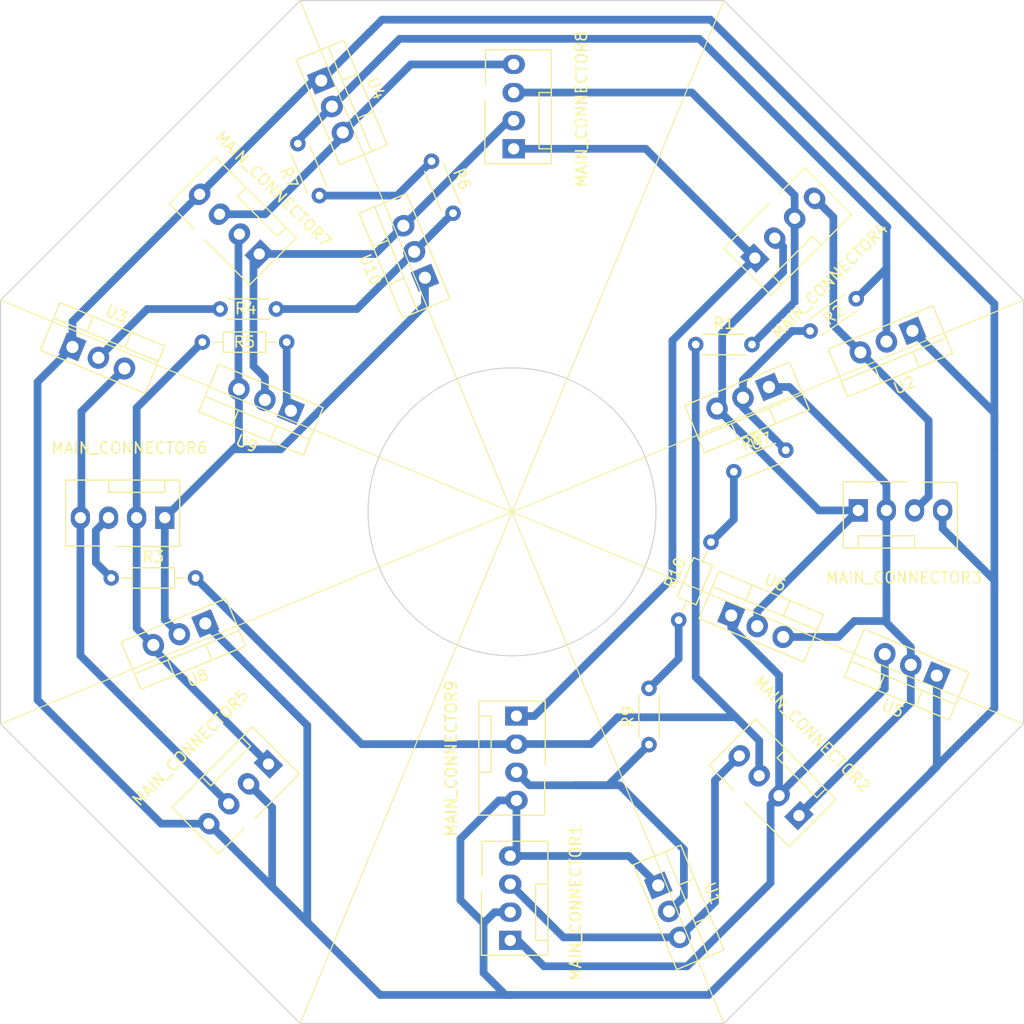
<source format=kicad_pcb>
(kicad_pcb (version 20240108) (generator "pcbnew") (generator_version "8.0")
  (layers (0 "F.Cu" signal) (31 "B.Cu" signal) (34 "B.Paste" user) (35 "F.Paste" user) (36 "B.SilkS" user "B.Silkscreen") (37 "F.SilkS" user "F.Silkscreen") (38 "B.Mask" user) (39 "F.Mask" user) (44 "Edge.Cuts" user))
  (net 0 "")
  (net 1 "/GND")
  (net 2 "/W1-")
  (net 3 "/W3-")
  (net 4 "/W5-")
  (net 5 "/W7-")
  (net 6 "/+24V")
  (net 7 "/Y1-")
  (net 8 "/Y2-")
  (net 9 "/W2-")
  (net 10 "/Y3-")
  (net 11 "/Y4-")
  (net 12 "/Y5-")
  (net 13 "/Y6-")
  (net 14 "/Y7-")
  (footprint "Resistor_THT:R_Axial_DIN0204_L3.6mm_D1.6mm_P5.08mm_Horizontal" (layer "F.Cu") (at 145.459354 60.056885 35)
    (property "Reference" "R2" (at 2.605532 0.045885 35) (layer "F.SilkS"))
    (property "Value" "0")
    (fp_line (start 0.620001 -0.919999) (end 4.46 -0.919999) (stroke (width 0.12)) (layer "F.SilkS"))
    (fp_line (start 0.62 0.919999) (end 4.46 0.92) (stroke (width 0.12)) (layer "F.SilkS"))
    (pad "1" thru_hole circle (at 0 0 35) (size 1.4 1.4) (drill 0.7) (layers "*.Cu" "*.Mask") (net 1 "/GND"))
    (pad "2" thru_hole oval (at 5.08 -0.000001 35) (size 1.4 1.4) (drill 0.7) (layers "*.Cu" "*.Mask") (net 1 "/GND"))
  )
  (footprint "Package_TO_SOT_THT:TO-220-3_Vertical" (layer "F.Cu") (at 101.304919 37.434981 -67.5)
    (property "Reference" "U4" (at 2.539999 -4.270001 112.5) (layer "F.SilkS"))
    (property "Value" "L7812")
    (fp_line (start -2.58 1.371) (end 7.66 1.370999) (stroke (width 0.12)) (layer "F.SilkS"))
    (fp_line (start -2.580001 -1.760001) (end 7.66 -1.76) (stroke (width 0.12)) (layer "F.SilkS"))
    (fp_line (start -2.58 -3.270001) (end -2.58 1.371) (stroke (width 0.12)) (layer "F.SilkS"))
    (fp_line (start -2.58 -3.270001) (end 7.66 -3.27) (stroke (width 0.12)) (layer "F.SilkS"))
    (fp_line (start 0.69 -3.27) (end 0.690001 -1.759999) (stroke (width 0.12)) (layer "F.SilkS"))
    (fp_line (start 4.391 -3.27) (end 4.391 -1.76) (stroke (width 0.12)) (layer "F.SilkS"))
    (fp_line (start 7.66 -3.27) (end 7.66 1.370999) (stroke (width 0.12)) (layer "F.SilkS"))
    (pad "1" thru_hole rect (at 0 0 292.5) (size 1.905 2) (drill 1.1) (layers "*.Cu" "*.Mask") (net 6 "/+24V"))
    (pad "2" thru_hole oval (at 2.54 0 292.5) (size 1.905 2) (drill 1.1) (layers "*.Cu" "*.Mask") (net 1 "/GND"))
    (pad "3" thru_hole oval (at 5.079999 0 292.5) (size 1.905 2) (drill 1.1) (layers "*.Cu" "*.Mask") (net 5 "/W7-"))
  )
  (footprint "Package_TO_SOT_THT:TO-220-3_Vertical" (layer "F.Cu") (at 154.7 60.04 -157.5)
    (property "Reference" "U2" (at 2.54 -4.27 22.5) (layer "F.SilkS"))
    (property "Value" "L7812")
    (fp_line (start 7.66 -3.27) (end 7.66 1.371) (stroke (width 0.12)) (layer "F.SilkS"))
    (fp_line (start 4.391 -3.27) (end 4.391 -1.76) (stroke (width 0.12)) (layer "F.SilkS"))
    (fp_line (start 0.69 -3.27) (end 0.69 -1.76) (stroke (width 0.12)) (layer "F.SilkS"))
    (fp_line (start -2.58 1.371) (end 7.66 1.371) (stroke (width 0.12)) (layer "F.SilkS"))
    (fp_line (start -2.58 -1.76) (end 7.66 -1.76) (stroke (width 0.12)) (layer "F.SilkS"))
    (fp_line (start -2.58 -3.27) (end 7.66 -3.27) (stroke (width 0.12)) (layer "F.SilkS"))
    (fp_line (start -2.58 -3.27) (end -2.58 1.371) (stroke (width 0.12)) (layer "F.SilkS"))
    (pad "1" thru_hole rect (at 0 0 202.5) (size 1.905 2) (drill 1.1) (layers "*.Cu" "*.Mask") (net 6 "/+24V"))
    (pad "2" thru_hole oval (at 2.54 0 202.5) (size 1.905 2) (drill 1.1) (layers "*.Cu" "*.Mask") (net 1 "/GND"))
    (pad "3" thru_hole oval (at 5.08 0 202.5) (size 1.905 2) (drill 1.1) (layers "*.Cu" "*.Mask") (net 3 "/W3-"))
  )
  (footprint "Resistor_THT:R_Axial_DIN0204_L3.6mm_D1.6mm_P5.08mm_Horizontal" (layer "F.Cu") (at 135.13 61.28)
    (property "Reference" "R1" (at 2.54 -1.92 0) (layer "F.SilkS"))
    (property "Value" "0")
    (fp_line (start 0.62 -0.92) (end 4.46 -0.92) (stroke (width 0.12)) (layer "F.SilkS"))
    (fp_line (start 0.62 0.92) (end 4.46 0.92) (stroke (width 0.12)) (layer "F.SilkS"))
    (pad "1" thru_hole circle (at 0 0) (size 1.4 1.4) (drill 0.7) (layers "*.Cu" "*.Mask") (net 9 "/W2-"))
    (pad "2" thru_hole oval (at 5.08 0) (size 1.4 1.4) (drill 0.7) (layers "*.Cu" "*.Mask") (net 9 "/W2-"))
  )
  (footprint "Resistor_THT:R_Axial_DIN0204_L3.6mm_D1.6mm_P5.08mm_Horizontal" (layer "F.Cu") (at 138.573346 72.762016 22.5)
    (property "Reference" "R8" (at 2.54 -1.92 22.5) (layer "F.SilkS"))
    (property "Value" "0")
    (fp_line (start 0.62 -0.92) (end 4.46 -0.92) (stroke (width 0.12)) (layer "F.SilkS"))
    (fp_line (start 0.62 0.92) (end 4.46 0.92) (stroke (width 0.12)) (layer "F.SilkS"))
    (pad "1" thru_hole circle (at 0 0 22.5) (size 1.4 1.4) (drill 0.7) (layers "*.Cu" "*.Mask") (net 1 "/GND"))
    (pad "2" thru_hole oval (at 5.08 0 22.5) (size 1.4 1.4) (drill 0.7) (layers "*.Cu" "*.Mask") (net 1 "/GND"))
  )
  (footprint "Package_TO_SOT_THT:TO-220-3_Vertical" (layer "F.Cu") (at 141.745019 65.114918 -157.5)
    (property "Reference" "U7" (at 2.54 -4.27 22.5) (layer "F.SilkS"))
    (property "Value" "L7806")
    (fp_line (start 7.66 -3.27) (end 7.66 1.371) (stroke (width 0.12)) (layer "F.SilkS"))
    (fp_line (start 4.391 -3.27) (end 4.391 -1.76) (stroke (width 0.12)) (layer "F.SilkS"))
    (fp_line (start 0.69 -3.27) (end 0.69 -1.76) (stroke (width 0.12)) (layer "F.SilkS"))
    (fp_line (start -2.58 1.371) (end 7.66 1.371) (stroke (width 0.12)) (layer "F.SilkS"))
    (fp_line (start -2.58 -1.76) (end 7.66 -1.76) (stroke (width 0.12)) (layer "F.SilkS"))
    (fp_line (start -2.58 -3.27) (end 7.66 -3.27) (stroke (width 0.12)) (layer "F.SilkS"))
    (fp_line (start -2.58 -3.27) (end -2.58 1.371) (stroke (width 0.12)) (layer "F.SilkS"))
    (pad "1" thru_hole rect (at 0 0 202.5) (size 1.905 2) (drill 1.1) (layers "*.Cu" "*.Mask") (net 8 "/Y2-"))
    (pad "2" thru_hole oval (at 2.54 0 202.5) (size 1.905 2) (drill 1.1) (layers "*.Cu" "*.Mask") (net 1 "/GND"))
    (pad "3" thru_hole oval (at 5.08 0 202.5) (size 1.905 2) (drill 1.1) (layers "*.Cu" "*.Mask") (net 10 "/Y3-"))
  )
  (footprint "Package_TO_SOT_THT:TO-220-3_Vertical" (layer "F.Cu") (at 138.336692 85.745968 -22.5)
    (property "Reference" "U6" (at 2.54 -4.27 157.5) (layer "F.SilkS"))
    (property "Value" "L7806")
    (fp_line (start -2.58 1.371) (end 7.66 1.371) (stroke (width 0.12)) (layer "F.SilkS"))
    (fp_line (start -2.58 -1.76) (end 7.66 -1.76) (stroke (width 0.12)) (layer "F.SilkS"))
    (fp_line (start -2.58 -3.27) (end -2.58 1.371) (stroke (width 0.12)) (layer "F.SilkS"))
    (fp_line (start -2.58 -3.27) (end 7.66 -3.27) (stroke (width 0.12)) (layer "F.SilkS"))
    (fp_line (start 0.69 -3.270001) (end 0.69 -1.76) (stroke (width 0.12)) (layer "F.SilkS"))
    (fp_line (start 4.391 -3.27) (end 4.391 -1.76) (stroke (width 0.12)) (layer "F.SilkS"))
    (fp_line (start 7.66 -3.27) (end 7.66 1.371) (stroke (width 0.12)) (layer "F.SilkS"))
    (pad "1" thru_hole rect (at 0 0 337.5) (size 1.905 2) (drill 1.1) (layers "*.Cu" "*.Mask") (net 7 "/Y1-"))
    (pad "2" thru_hole oval (at 2.54 0 337.5) (size 1.905 2) (drill 1.1) (layers "*.Cu" "*.Mask") (net 10 "/Y3-"))
    (pad "3" thru_hole oval (at 5.08 0 337.5) (size 1.905 2) (drill 1.1) (layers "*.Cu" "*.Mask") (net 8 "/Y2-"))
  )
  (footprint "Connector:FanPinHeader_1x04_P2.54mm_Vertical" (layer "F.Cu") (at 144.454873 103.819138 135)
    (property "Reference" "MAIN_CONNECTOR2" (at 4.384062 6.045763 135) (layer "F.SilkS"))
    (property "Value" "Conn_01x04_Pin")
    (fp_line (start 8.95 -2.55) (end 8.95 3.4) (stroke (width 0.12)) (layer "F.SilkS"))
    (fp_line (start 5.75 -2.55) (end 8.95 -2.55) (stroke (width 0.12)) (layer "F.SilkS"))
    (fp_line (start 8.95 3.4) (end -1.35 3.4) (stroke (width 0.12)) (layer "F.SilkS"))
    (fp_line (start 5.08 2.29) (end 5.08 3.3) (stroke (width 0.12)) (layer "F.SilkS"))
    (fp_line (start -1.35 -2.6) (end 4.4 -2.6) (stroke (width 0.12)) (layer "F.SilkS"))
    (fp_line (start 0 2.290001) (end 5.08 2.29) (stroke (width 0.12)) (layer "F.SilkS"))
    (fp_line (start 0 3.299999) (end 0 2.290001) (stroke (width 0.12)) (layer "F.SilkS"))
    (fp_line (start -1.35 3.4) (end -1.35 -2.6) (stroke (width 0.12)) (layer "F.SilkS"))
    (pad "" np_thru_hole circle (at 5.08 -2.16 225) (size 1.1 1.1) (drill 1.1) (layers "*.Cu" "*.Mask"))
    (pad "1" thru_hole rect (at 0 0 225) (size 2.03 1.73) (drill 1.02) (layers "*.Cu" "*.Mask") (net 8 "/Y2-"))
    (pad "2" thru_hole oval (at 2.54 0 225) (size 2.03 1.73) (drill 1.02) (layers "*.Cu" "*.Mask") (net 7 "/Y1-"))
    (pad "3" thru_hole oval (at 5.079999 0 225) (size 2.03 1.73) (drill 1.02) (layers "*.Cu" "*.Mask") (net 9 "/W2-"))
    (pad "4" thru_hole oval (at 7.62 0 225) (size 2.03 1.73) (drill 1.02) (layers "*.Cu" "*.Mask") (net 2 "/W1-"))
  )
  (footprint "Resistor_THT:R_Axial_DIN0204_L3.6mm_D1.6mm_P7.62mm_Horizontal" (layer "F.Cu") (at 133.591976 86.169981 67.5)
    (property "Reference" "R10" (at 3.81 -1.92 67.5) (layer "F.SilkS"))
    (property "Value" "0")
    (fp_line (start 1.89 -0.92) (end 1.89 0.92) (stroke (width 0.12)) (layer "F.SilkS"))
    (fp_line (start 0.94 0) (end 1.89 0) (stroke (width 0.12)) (layer "F.SilkS"))
    (fp_line (start 5.73 -0.92) (end 1.89 -0.92) (stroke (width 0.12)) (layer "F.SilkS"))
    (fp_line (start 1.89 0.92) (end 5.73 0.92) (stroke (width 0.12)) (layer "F.SilkS"))
    (fp_line (start 6.68 0) (end 5.73 0) (stroke (width 0.12)) (layer "F.SilkS"))
    (fp_line (start 5.73 0.92) (end 5.73 -0.92) (stroke (width 0.12)) (layer "F.SilkS"))
    (pad "1" thru_hole circle (at 0 0 67.5) (size 1.4 1.4) (drill 0.7) (layers "*.Cu" "*.Mask") (net 1 "/GND"))
    (pad "2" thru_hole oval (at 7.62 0 67.5) (size 1.4 1.4) (drill 0.7) (layers "*.Cu" "*.Mask") (net 1 "/GND"))
  )
  (footprint "Package_TO_SOT_THT:TO-220-3_Vertical" (layer "F.Cu") (at 156.9 91.18 157.5)
    (property "Reference" "U5" (at 2.540001 -4.270001 157.5) (layer "F.SilkS"))
    (property "Value" "L7806")
    (fp_line (start 7.66 -3.27) (end 7.66 1.371) (stroke (width 0.12)) (layer "F.SilkS"))
    (fp_line (start 4.391 -3.27) (end 4.391 -1.76) (stroke (width 0.12)) (layer "F.SilkS"))
    (fp_line (start 0.69 -3.270001) (end 0.69 -1.760001) (stroke (width 0.12)) (layer "F.SilkS"))
    (fp_line (start -2.58 -3.27) (end 7.66 -3.27) (stroke (width 0.12)) (layer "F.SilkS"))
    (fp_line (start -2.58 -3.27) (end -2.58 1.371) (stroke (width 0.12)) (layer "F.SilkS"))
    (fp_line (start -2.58 -1.76) (end 7.66 -1.76) (stroke (width 0.12)) (layer "F.SilkS"))
    (fp_line (start -2.58 1.371) (end 7.66 1.371) (stroke (width 0.12)) (layer "F.SilkS"))
    (pad "1" thru_hole rect (at 0 0 157.5) (size 1.905 2) (drill 1.1) (layers "*.Cu" "*.Mask") (net 6 "/+24V"))
    (pad "2" thru_hole oval (at 2.54 0 157.5) (size 1.905 2) (drill 1.1) (layers "*.Cu" "*.Mask") (net 8 "/Y2-"))
    (pad "3" thru_hole oval (at 5.08 0 157.5) (size 1.905 2) (drill 1.1) (layers "*.Cu" "*.Mask") (net 7 "/Y1-"))
  )
  (footprint "Resistor_THT:R_Axial_DIN0204_L3.6mm_D1.6mm_P7.62mm_Horizontal" (layer "F.Cu") (at 90.57 61.06)
    (property "Reference" "R5" (at 3.8 -0.01 0) (layer "F.SilkS"))
    (property "Value" "0")
    (fp_line (start 0.94 0) (end 1.89 0) (stroke (width 0.12)) (layer "F.SilkS"))
    (fp_line (start 1.89 -0.92) (end 1.89 0.92) (stroke (width 0.12)) (layer "F.SilkS"))
    (fp_line (start 1.89 0.92) (end 5.73 0.92) (stroke (width 0.12)) (layer "F.SilkS"))
    (fp_line (start 5.73 -0.92) (end 1.89 -0.92) (stroke (width 0.12)) (layer "F.SilkS"))
    (fp_line (start 5.73 0.92) (end 5.73 -0.92) (stroke (width 0.12)) (layer "F.SilkS"))
    (fp_line (start 6.68 0) (end 5.73 0) (stroke (width 0.12)) (layer "F.SilkS"))
    (pad "1" thru_hole circle (at 0 0) (size 1.4 1.4) (drill 0.7) (layers "*.Cu" "*.Mask") (net 12 "/Y5-"))
    (pad "2" thru_hole oval (at 7.62 0) (size 1.4 1.4) (drill 0.7) (layers "*.Cu" "*.Mask") (net 12 "/Y5-"))
  )
  (footprint "Connector:FanPinHeader_1x04_P2.54mm_Vertical" (layer "F.Cu") (at 118.38 115.09 90)
    (property "Reference" "MAIN_CONNECTOR1" (at 3.375 5.9 90) (layer "F.SilkS"))
    (property "Value" "Conn_01x04_Pin")
    (fp_line (start -1.35 -2.6) (end 4.4 -2.6) (stroke (width 0.12)) (layer "F.SilkS"))
    (fp_line (start 8.95 -2.55) (end 8.95 3.4) (stroke (width 0.12)) (layer "F.SilkS"))
    (fp_line (start 5.75 -2.55) (end 8.95 -2.55) (stroke (width 0.12)) (layer "F.SilkS"))
    (fp_line (start 5.08 2.29) (end 5.08 3.3) (stroke (width 0.12)) (layer "F.SilkS"))
    (fp_line (start 0 2.29) (end 5.08 2.29) (stroke (width 0.12)) (layer "F.SilkS"))
    (fp_line (start 0 3.3) (end 0 2.29) (stroke (width 0.12)) (layer "F.SilkS"))
    (fp_line (start 8.95 3.4) (end -1.35 3.4) (stroke (width 0.12)) (layer "F.SilkS"))
    (fp_line (start -1.35 3.4) (end -1.35 -2.6) (stroke (width 0.12)) (layer "F.SilkS"))
    (pad "" np_thru_hole circle (at 5.08 -2.16 180) (size 1.1 1.1) (drill 1.1) (layers "*.Cu" "*.Mask"))
    (pad "1" thru_hole rect (at 0 0 180) (size 2.03 1.73) (drill 1.02) (layers "*.Cu" "*.Mask") (net 7 "/Y1-"))
    (pad "2" thru_hole oval (at 2.54 0 180) (size 2.03 1.73) (drill 1.02) (layers "*.Cu" "*.Mask") (net 6 "/+24V"))
    (pad "3" thru_hole oval (at 5.08 0 180) (size 2.03 1.73) (drill 1.02) (layers "*.Cu" "*.Mask") (net 2 "/W1-"))
    (pad "4" thru_hole oval (at 7.62 0 180) (size 2.03 1.73) (drill 1.02) (layers "*.Cu" "*.Mask") (net 6 "/+24V"))
  )
  (footprint "Connector:FanPinHeader_1x04_P2.54mm_Vertical" (layer "F.Cu") (at 95.712102 53.102102 135)
    (property "Reference" "MAIN_CONNECTOR7" (at 3.241522 5.0346 135) (layer "F.SilkS"))
    (property "Value" "Conn_01x04_Pin")
    (fp_line (start 8.95 -2.55) (end 8.95 3.4) (stroke (width 0.12)) (layer "F.SilkS"))
    (fp_line (start 5.75 -2.55) (end 8.95 -2.55) (stroke (width 0.12)) (layer "F.SilkS"))
    (fp_line (start 8.95 3.4) (end -1.35 3.4) (stroke (width 0.12)) (layer "F.SilkS"))
    (fp_line (start 5.08 2.29) (end 5.08 3.3) (stroke (width 0.12)) (layer "F.SilkS"))
    (fp_line (start -1.35 -2.6) (end 4.4 -2.6) (stroke (width 0.12)) (layer "F.SilkS"))
    (fp_line (start 0 2.290001) (end 5.08 2.29) (stroke (width 0.12)) (layer "F.SilkS"))
    (fp_line (start 0 3.299999) (end 0 2.290001) (stroke (width 0.12)) (layer "F.SilkS"))
    (fp_line (start -1.35 3.4) (end -1.35 -2.6) (stroke (width 0.12)) (layer "F.SilkS"))
    (pad "" np_thru_hole circle (at 5.08 -2.16 225) (size 1.1 1.1) (drill 1.1) (layers "*.Cu" "*.Mask"))
    (pad "1" thru_hole rect (at 0 0 225) (size 2.03 1.73) (drill 1.02) (layers "*.Cu" "*.Mask") (net 14 "/Y7-"))
    (pad "2" thru_hole oval (at 2.54 0 225) (size 2.03 1.73) (drill 1.02) (layers "*.Cu" "*.Mask") (net 13 "/Y6-"))
    (pad "3" thru_hole oval (at 5.079999 0 225) (size 2.03 1.73) (drill 1.02) (layers "*.Cu" "*.Mask") (net 5 "/W7-"))
    (pad "4" thru_hole oval (at 7.62 0 225) (size 2.03 1.73) (drill 1.02) (layers "*.Cu" "*.Mask") (net 6 "/+24V"))
  )
  (footprint "Connector:FanPinHeader_1x04_P2.54mm_Vertical" (layer "F.Cu") (at 118.69 43.6 90)
    (property "Reference" "MAIN_CONNECTOR8" (at 3.570889 6.116474 90) (layer "F.SilkS"))
    (property "Value" "Conn_01x04_Pin")
    (fp_line (start -1.35 -2.6) (end 4.4 -2.6) (stroke (width 0.12)) (layer "F.SilkS"))
    (fp_line (start 8.95 -2.55) (end 8.95 3.4) (stroke (width 0.12)) (layer "F.SilkS"))
    (fp_line (start 5.75 -2.55) (end 8.95 -2.55) (stroke (width 0.12)) (layer "F.SilkS"))
    (fp_line (start 5.08 2.29) (end 5.08 3.3) (stroke (width 0.12)) (layer "F.SilkS"))
    (fp_line (start 0 2.290001) (end 5.08 2.29) (stroke (width 0.12)) (layer "F.SilkS"))
    (fp_line (start 0 3.299999) (end 0 2.290001) (stroke (width 0.12)) (layer "F.SilkS"))
    (fp_line (start 8.95 3.4) (end -1.35 3.4) (stroke (width 0.12)) (layer "F.SilkS"))
    (fp_line (start -1.35 3.4) (end -1.35 -2.6) (stroke (width 0.12)) (layer "F.SilkS"))
    (pad "" np_thru_hole circle (at 5.08 -2.16 180) (size 1.1 1.1) (drill 1.1) (layers "*.Cu" "*.Mask"))
    (pad "1" thru_hole rect (at 0 0 180) (size 2.03 1.73) (drill 1.02) (layers "*.Cu" "*.Mask") (net 11 "/Y4-"))
    (pad "2" thru_hole oval (at 2.54 0 180) (size 2.03 1.73) (drill 1.02) (layers "*.Cu" "*.Mask") (net 14 "/Y7-"))
    (pad "3" thru_hole oval (at 5.079999 0 180) (size 2.03 1.73) (drill 1.02) (layers "*.Cu" "*.Mask") (net 9 "/W2-"))
    (pad "4" thru_hole oval (at 7.62 0 180) (size 2.03 1.73) (drill 1.02) (layers "*.Cu" "*.Mask") (net 5 "/W7-"))
  )
  (footprint "Package_TO_SOT_THT:TO-220-3_Vertical" (layer "F.Cu") (at 98.56829 67.25895 157.5)
    (property "Reference" "U9" (at 2.54 -4.27 157.5) (layer "F.SilkS"))
    (property "Value" "L7806")
    (fp_line (start 7.66 -3.27) (end 7.66 1.371) (stroke (width 0.12)) (layer "F.SilkS"))
    (fp_line (start 4.391 -3.27) (end 4.391 -1.76) (stroke (width 0.12)) (layer "F.SilkS"))
    (fp_line (start 0.69 -3.270001) (end 0.69 -1.76) (stroke (width 0.12)) (layer "F.SilkS"))
    (fp_line (start -2.58 -3.27) (end 7.66 -3.27) (stroke (width 0.12)) (layer "F.SilkS"))
    (fp_line (start -2.58 -3.27) (end -2.58 1.371) (stroke (width 0.12)) (layer "F.SilkS"))
    (fp_line (start -2.58 -1.76) (end 7.66 -1.76) (stroke (width 0.12)) (layer "F.SilkS"))
    (fp_line (start -2.58 1.371) (end 7.66 1.371) (stroke (width 0.12)) (layer "F.SilkS"))
    (pad "1" thru_hole rect (at 0 0 157.5) (size 1.905 2) (drill 1.1) (layers "*.Cu" "*.Mask") (net 12 "/Y5-"))
    (pad "2" thru_hole oval (at 2.54 0 157.5) (size 1.905 2) (drill 1.1) (layers "*.Cu" "*.Mask") (net 14 "/Y7-"))
    (pad "3" thru_hole oval (at 5.08 0 157.5) (size 1.905 2) (drill 1.1) (layers "*.Cu" "*.Mask") (net 13 "/Y6-"))
  )
  (footprint "Resistor_THT:R_Axial_DIN0204_L3.6mm_D1.6mm_P5.08mm_Horizontal" (layer "F.Cu") (at 92.17 58.07)
    (property "Reference" "R4" (at 2.32 -0.04 0) (layer "F.SilkS"))
    (property "Value" "0")
    (fp_line (start 0.62 -0.92) (end 4.46 -0.92) (stroke (width 0.12)) (layer "F.SilkS"))
    (fp_line (start 0.62 0.92) (end 4.46 0.92) (stroke (width 0.12)) (layer "F.SilkS"))
    (pad "1" thru_hole circle (at 0 0) (size 1.4 1.4) (drill 0.7) (layers "*.Cu" "*.Mask") (net 1 "/GND"))
    (pad "2" thru_hole oval (at 5.08 0) (size 1.4 1.4) (drill 0.7) (layers "*.Cu" "*.Mask") (net 1 "/GND"))
  )
  (footprint "Connector:FanPinHeader_1x04_P2.54mm_Vertical" (layer "F.Cu") (at 96.546051 99.163949 -135)
    (property "Reference" "MAIN_CONNECTOR5" (at 3.945 6.025 45) (layer "F.SilkS"))
    (property "Value" "Conn_01x04_Pin")
    (fp_line (start 8.95 3.4) (end -1.35 3.4) (stroke (width 0.12)) (layer "F.SilkS"))
    (fp_line (start 5.08 2.29) (end 5.08 3.3) (stroke (width 0.12)) (layer "F.SilkS"))
    (fp_line (start 8.95 -2.55) (end 8.95 3.4) (stroke (width 0.12)) (layer "F.SilkS"))
    (fp_line (start 0 3.299999) (end 0 2.290001) (stroke (width 0.12)) (layer "F.SilkS"))
    (fp_line (start 5.75 -2.55) (end 8.95 -2.55) (stroke (width 0.12)) (layer "F.SilkS"))
    (fp_line (start 0 2.290001) (end 5.08 2.29) (stroke (width 0.12)) (layer "F.SilkS"))
    (fp_line (start -1.35 3.4) (end -1.35 -2.6) (stroke (width 0.12)) (layer "F.SilkS"))
    (fp_line (start -1.35 -2.6) (end 4.4 -2.6) (stroke (width 0.12)) (layer "F.SilkS"))
    (pad "" np_thru_hole circle (at 5.08 -2.16 315) (size 1.1 1.1) (drill 1.1) (layers "*.Cu" "*.Mask"))
    (pad "1" thru_hole rect (at 0 0 315) (size 2.03 1.73) (drill 1.02) (layers "*.Cu" "*.Mask") (net 12 "/Y5-"))
    (pad "2" thru_hole oval (at 2.54 0 315) (size 2.03 1.73) (drill 1.02) (layers "*.Cu" "*.Mask") (net 6 "/+24V"))
    (pad "3" thru_hole oval (at 5.079999 0 315) (size 2.03 1.73) (drill 1.02) (layers "*.Cu" "*.Mask") (net 4 "/W5-"))
    (pad "4" thru_hole oval (at 7.62 0 315) (size 2.03 1.73) (drill 1.02) (layers "*.Cu" "*.Mask") (net 6 "/+24V"))
  )
  (footprint "Package_TO_SOT_THT:TO-220-3_Vertical" (layer "F.Cu") (at 131.744919 110.124981 -67.5)
    (property "Reference" "U1" (at 2.54 -4.27 112.5) (layer "F.SilkS"))
    (property "Value" "L7812")
    (fp_line (start -2.58 1.371) (end 7.66 1.370999) (stroke (width 0.12)) (layer "F.SilkS"))
    (fp_line (start -2.580001 -1.76) (end 7.66 -1.76) (stroke (width 0.12)) (layer "F.SilkS"))
    (fp_line (start -2.58 -3.270001) (end -2.58 1.371) (stroke (width 0.12)) (layer "F.SilkS"))
    (fp_line (start -2.58 -3.270001) (end 7.66 -3.27) (stroke (width 0.12)) (layer "F.SilkS"))
    (fp_line (start 0.69 -3.27) (end 0.69 -1.76) (stroke (width 0.12)) (layer "F.SilkS"))
    (fp_line (start 4.391 -3.27) (end 4.391 -1.76) (stroke (width 0.12)) (layer "F.SilkS"))
    (fp_line (start 7.66 -3.27) (end 7.66 1.370999) (stroke (width 0.12)) (layer "F.SilkS"))
    (pad "1" thru_hole rect (at 0 0 292.5) (size 1.905 2) (drill 1.1) (layers "*.Cu" "*.Mask") (net 6 "/+24V"))
    (pad "2" thru_hole oval (at 2.54 0 292.5) (size 1.905 2) (drill 1.1) (layers "*.Cu" "*.Mask") (net 1 "/GND"))
    (pad "3" thru_hole oval (at 5.079999 0 292.5) (size 1.905 2) (drill 1.1) (layers "*.Cu" "*.Mask") (net 2 "/W1-"))
  )
  (footprint "Connector:FanPinHeader_1x04_P2.54mm_Vertical" (layer "F.Cu") (at 140.473949 53.466051 45)
    (property "Reference" "MAIN_CONNECTOR4" (at 3.324327 6.240217 45) (layer "F.SilkS"))
    (property "Value" "Conn_01x04_Pin")
    (fp_line (start -1.35 -2.6) (end 4.4 -2.6) (stroke (width 0.12)) (layer "F.SilkS"))
    (fp_line (start -1.35 3.4) (end -1.35 -2.6) (stroke (width 0.12)) (layer "F.SilkS"))
    (fp_line (start 0 2.290001) (end 5.08 2.29) (stroke (width 0.12)) (layer "F.SilkS"))
    (fp_line (start 5.75 -2.55) (end 8.95 -2.55) (stroke (width 0.12)) (layer "F.SilkS"))
    (fp_line (start 0 3.299999) (end 0 2.290001) (stroke (width 0.12)) (layer "F.SilkS"))
    (fp_line (start 8.95 -2.55) (end 8.95 3.4) (stroke (width 0.12)) (layer "F.SilkS"))
    (fp_line (start 5.08 2.29) (end 5.08 3.3) (stroke (width 0.12)) (layer "F.SilkS"))
    (fp_line (start 8.95 3.4) (end -1.35 3.4) (stroke (width 0.12)) (layer "F.SilkS"))
    (pad "" np_thru_hole circle (at 5.08 -2.16 135) (size 1.1 1.1) (drill 1.1) (layers "*.Cu" "*.Mask"))
    (pad "1" thru_hole rect (at 0 0 135) (size 2.03 1.73) (drill 1.02) (layers "*.Cu" "*.Mask") (net 11 "/Y4-"))
    (pad "2" thru_hole oval (at 2.54 0 135) (size 2.03 1.73) (drill 1.02) (layers "*.Cu" "*.Mask") (net 10 "/Y3-"))
    (pad "3" thru_hole oval (at 5.079999 0 135) (size 2.03 1.73) (drill 1.02) (layers "*.Cu" "*.Mask") (net 9 "/W2-"))
    (pad "4" thru_hole oval (at 7.62 0 135) (size 2.03 1.73) (drill 1.02) (layers "*.Cu" "*.Mask") (net 3 "/W3-"))
  )
  (footprint "Package_TO_SOT_THT:TO-220-3_Vertical" (layer "F.Cu") (at 110.675082 55.245019 112.5)
    (property "Reference" "U10" (at 2.54 -4.27 112.5) (layer "F.SilkS"))
    (property "Value" "L7806")
    (fp_line (start 7.66 -3.27) (end 7.66 1.371) (stroke (width 0.12)) (layer "F.SilkS"))
    (fp_line (start 4.391 -3.27) (end 4.391 -1.76) (stroke (width 0.12)) (layer "F.SilkS"))
    (fp_line (start 0.69 -3.27) (end 0.69 -1.76) (stroke (width 0.12)) (layer "F.SilkS"))
    (fp_line (start -2.58 -3.27) (end 7.66 -3.27) (stroke (width 0.12)) (layer "F.SilkS"))
    (fp_line (start -2.58 -3.27) (end -2.58 1.371) (stroke (width 0.12)) (layer "F.SilkS"))
    (fp_line (start -2.58 -1.76) (end 7.66 -1.76) (stroke (width 0.12)) (layer "F.SilkS"))
    (fp_line (start -2.58 1.371) (end 7.66 1.371) (stroke (width 0.12)) (layer "F.SilkS"))
    (pad "1" thru_hole rect (at 0 0 112.5) (size 1.905 2) (drill 1.1) (layers "*.Cu" "*.Mask") (net 13 "/Y6-"))
    (pad "2" thru_hole oval (at 2.54 0 112.5) (size 1.905 2) (drill 1.1) (layers "*.Cu" "*.Mask") (net 1 "/GND"))
    (pad "3" thru_hole oval (at 5.08 0 112.5) (size 1.905 2) (drill 1.1) (layers "*.Cu" "*.Mask") (net 14 "/Y7-"))
  )
  (footprint "Package_TO_SOT_THT:TO-220-3_Vertical" (layer "F.Cu") (at 78.841711 61.501051 -22.5)
    (property "Reference" "U3" (at 2.54 -4.27 157.5) (layer "F.SilkS"))
    (property "Value" "L7812")
    (fp_line (start -2.58 1.371) (end 7.66 1.371) (stroke (width 0.12)) (layer "F.SilkS"))
    (fp_line (start -2.58 -1.76) (end 7.66 -1.76) (stroke (width 0.12)) (layer "F.SilkS"))
    (fp_line (start -2.58 -3.27) (end -2.58 1.371) (stroke (width 0.12)) (layer "F.SilkS"))
    (fp_line (start -2.58 -3.27) (end 7.66 -3.27) (stroke (width 0.12)) (layer "F.SilkS"))
    (fp_line (start 0.69 -3.270001) (end 0.69 -1.76) (stroke (width 0.12)) (layer "F.SilkS"))
    (fp_line (start 4.391 -3.27) (end 4.391 -1.76) (stroke (width 0.12)) (layer "F.SilkS"))
    (fp_line (start 7.66 -3.27) (end 7.66 1.371) (stroke (width 0.12)) (layer "F.SilkS"))
    (pad "1" thru_hole rect (at 0 0 337.5) (size 1.905 2) (drill 1.1) (layers "*.Cu" "*.Mask") (net 6 "/+24V"))
    (pad "2" thru_hole oval (at 2.54 0 337.5) (size 1.905 2) (drill 1.1) (layers "*.Cu" "*.Mask") (net 1 "/GND"))
    (pad "3" thru_hole oval (at 5.08 0 337.5) (size 1.905 2) (drill 1.1) (layers "*.Cu" "*.Mask") (net 4 "/W5-"))
  )
  (footprint "Connector:FanPinHeader_1x04_P2.54mm_Vertical" (layer "F.Cu") (at 87.18 76.92 180)
    (property "Reference" "MAIN_CONNECTOR6" (at 3.200583 6.29325 360) (layer "F.SilkS"))
    (property "Value" "Conn_01x04_Pin")
    (fp_line (start 8.95 3.4) (end -1.35 3.4) (stroke (width 0.12)) (layer "F.SilkS"))
    (fp_line (start 8.95 -2.55) (end 8.95 3.4) (stroke (width 0.12)) (layer "F.SilkS"))
    (fp_line (start 5.75 -2.55) (end 8.95 -2.55) (stroke (width 0.12)) (layer "F.SilkS"))
    (fp_line (start 5.08 2.29) (end 5.08 3.3) (stroke (width 0.12)) (layer "F.SilkS"))
    (fp_line (start 0 3.299999) (end 0 2.290001) (stroke (width 0.12)) (layer "F.SilkS"))
    (fp_line (start 0 2.290001) (end 5.08 2.29) (stroke (width 0.12)) (layer "F.SilkS"))
    (fp_line (start -1.35 3.4) (end -1.35 -2.6) (stroke (width 0.12)) (layer "F.SilkS"))
    (fp_line (start -1.35 -2.6) (end 4.4 -2.6) (stroke (width 0.12)) (layer "F.SilkS"))
    (pad "" np_thru_hole circle (at 5.08 -2.16 270) (size 1.1 1.1) (drill 1.1) (layers "*.Cu" "*.Mask"))
    (pad "1" thru_hole rect (at 0 0 270) (size 2.03 1.73) (drill 1.02) (layers "*.Cu" "*.Mask") (net 13 "/Y6-"))
    (pad "2" thru_hole oval (at 2.54 0 270) (size 2.03 1.73) (drill 1.02) (layers "*.Cu" "*.Mask") (net 12 "/Y5-"))
    (pad "3" thru_hole oval (at 5.079999 0 270) (size 2.03 1.73) (drill 1.02) (layers "*.Cu" "*.Mask") (net 9 "/W2-"))
    (pad "4" thru_hole oval (at 7.62 0 270) (size 2.03 1.73) (drill 1.02) (layers "*.Cu" "*.Mask") (net 4 "/W5-"))
  )
  (footprint "Resistor_THT:R_Axial_DIN0204_L3.6mm_D1.6mm_P5.08mm_Horizontal" (layer "F.Cu") (at 111.267984 44.723346 -67.5)
    (property "Reference" "R6" (at 2.54 -1.92 112.5) (layer "F.SilkS"))
    (property "Value" "0")
    (fp_line (start 0.62 0.92) (end 4.46 0.92) (stroke (width 0.12)) (layer "F.SilkS"))
    (fp_line (start 0.62 -0.92) (end 4.46 -0.92) (stroke (width 0.12)) (layer "F.SilkS"))
    (pad "1" thru_hole circle (at 0 0 292.5) (size 1.4 1.4) (drill 0.7) (layers "*.Cu" "*.Mask") (net 1 "/GND"))
    (pad "2" thru_hole oval (at 5.08 0 292.5) (size 1.4 1.4) (drill 0.7) (layers "*.Cu" "*.Mask") (net 1 "/GND"))
  )
  (footprint "Connector:FanPinHeader_1x04_P2.54mm_Vertical" (layer "F.Cu") (at 149.81 76.26)
    (property "Reference" "MAIN_CONNECTOR3" (at 4.125 6.075 360) (layer "F.SilkS"))
    (property "Value" "Conn_01x04_Pin")
    (fp_line (start -1.35 -2.6) (end 4.4 -2.6) (stroke (width 0.12)) (layer "F.SilkS"))
    (fp_line (start -1.35 3.4) (end -1.35 -2.6) (stroke (width 0.12)) (layer "F.SilkS"))
    (fp_line (start 0 2.29) (end 5.08 2.29) (stroke (width 0.12)) (layer "F.SilkS"))
    (fp_line (start 0 3.3) (end 0 2.29) (stroke (width 0.12)) (layer "F.SilkS"))
    (fp_line (start 5.08 2.29) (end 5.08 3.3) (stroke (width 0.12)) (layer "F.SilkS"))
    (fp_line (start 5.75 -2.55) (end 8.95 -2.55) (stroke (width 0.12)) (layer "F.SilkS"))
    (fp_line (start 8.95 -2.55) (end 8.95 3.4) (stroke (width 0.12)) (layer "F.SilkS"))
    (fp_line (start 8.95 3.4) (end -1.35 3.4) (stroke (width 0.12)) (layer "F.SilkS"))
    (pad "" np_thru_hole circle (at 5.08 -2.16 90) (size 1.1 1.1) (drill 1.1) (layers "*.Cu" "*.Mask"))
    (pad "1" thru_hole rect (at 0 0 90) (size 2.03 1.73) (drill 1.02) (layers "*.Cu" "*.Mask") (net 10 "/Y3-"))
    (pad "2" thru_hole oval (at 2.54 0 90) (size 2.03 1.73) (drill 1.02) (layers "*.Cu" "*.Mask") (net 8 "/Y2-"))
    (pad "3" thru_hole oval (at 5.08 0 90) (size 2.03 1.73) (drill 1.02) (layers "*.Cu" "*.Mask") (net 3 "/W3-"))
    (pad "4" thru_hole oval (at 7.62 0 90) (size 2.03 1.73) (drill 1.02) (layers "*.Cu" "*.Mask") (net 6 "/+24V"))
  )
  (footprint "Resistor_THT:R_Axial_DIN0204_L3.6mm_D1.6mm_P7.62mm_Horizontal" (layer "F.Cu") (at 82.34 82.36)
    (property "Reference" "R3" (at 3.81 -1.92 0) (layer "F.SilkS"))
    (property "Value" "0")
    (fp_line (start 0.94 0) (end 1.89 0) (stroke (width 0.12)) (layer "F.SilkS"))
    (fp_line (start 1.89 -0.92) (end 1.89 0.92) (stroke (width 0.12)) (layer "F.SilkS"))
    (fp_line (start 1.89 0.92) (end 5.73 0.92) (stroke (width 0.12)) (layer "F.SilkS"))
    (fp_line (start 5.73 -0.92) (end 1.89 -0.92) (stroke (width 0.12)) (layer "F.SilkS"))
    (fp_line (start 5.73 0.92) (end 5.73 -0.92) (stroke (width 0.12)) (layer "F.SilkS"))
    (fp_line (start 6.68 0) (end 5.73 0) (stroke (width 0.12)) (layer "F.SilkS"))
    (pad "1" thru_hole circle (at 0 0) (size 1.4 1.4) (drill 0.7) (layers "*.Cu" "*.Mask") (net 9 "/W2-"))
    (pad "2" thru_hole oval (at 7.62 0) (size 1.4 1.4) (drill 0.7) (layers "*.Cu" "*.Mask") (net 9 "/W2-"))
  )
  (footprint "Package_TO_SOT_THT:TO-220-3_Vertical" (layer "F.Cu") (at 90.84 86.47 -157.5)
    (property "Reference" "U8" (at 2.54 -4.27 22.5) (layer "F.SilkS"))
    (property "Value" "L7806")
    (fp_line (start 7.66 -3.27) (end 7.66 1.371) (stroke (width 0.12)) (layer "F.SilkS"))
    (fp_line (start 4.391 -3.27) (end 4.391 -1.76) (stroke (width 0.12)) (layer "F.SilkS"))
    (fp_line (start 0.69 -3.27) (end 0.69 -1.76) (stroke (width 0.12)) (layer "F.SilkS"))
    (fp_line (start -2.58 1.371) (end 7.66 1.371) (stroke (width 0.12)) (layer "F.SilkS"))
    (fp_line (start -2.58 -1.76) (end 7.66 -1.76) (stroke (width 0.12)) (layer "F.SilkS"))
    (fp_line (start -2.58 -3.27) (end 7.66 -3.27) (stroke (width 0.12)) (layer "F.SilkS"))
    (fp_line (start -2.58 -3.27) (end -2.58 1.371) (stroke (width 0.12)) (layer "F.SilkS"))
    (pad "1" thru_hole rect (at 0 0 202.5) (size 1.905 2) (drill 1.1) (layers "*.Cu" "*.Mask") (net 6 "/+24V"))
    (pad "2" thru_hole oval (at 2.54 0 202.5) (size 1.905 2) (drill 1.1) (layers "*.Cu" "*.Mask") (net 13 "/Y6-"))
    (pad "3" thru_hole oval (at 5.08 0 202.5) (size 1.905 2) (drill 1.1) (layers "*.Cu" "*.Mask") (net 12 "/Y5-"))
  )
  (footprint "Resistor_THT:R_Axial_DIN0204_L3.6mm_D1.6mm_P5.08mm_Horizontal" (layer "F.Cu") (at 101.142016 47.826654 112.5)
    (property "Reference" "R7" (at 2.54 -1.92 112.5) (layer "F.SilkS"))
    (property "Value" "0")
    (fp_line (start 0.62 -0.92) (end 4.46 -0.92) (stroke (width 0.12)) (layer "F.SilkS"))
    (fp_line (start 0.62 0.92) (end 4.46 0.92) (stroke (width 0.12)) (layer "F.SilkS"))
    (pad "1" thru_hole circle (at 0 0 112.5) (size 1.4 1.4) (drill 0.7) (layers "*.Cu" "*.Mask") (net 1 "/GND"))
    (pad "2" thru_hole oval (at 5.08 0 112.5) (size 1.4 1.4) (drill 0.7) (layers "*.Cu" "*.Mask") (net 1 "/GND"))
  )
  (footprint "Connector:FanPinHeader_1x04_P2.54mm_Vertical" (layer "F.Cu") (at 118.94 94.83 -90)
    (property "Reference" "MAIN_CONNECTOR9" (at 3.85 5.9 90) (layer "F.SilkS"))
    (property "Value" "Conn_01x04_Pin")
    (fp_line (start -1.35 3.4) (end -1.35 -2.6) (stroke (width 0.12)) (layer "F.SilkS"))
    (fp_line (start 8.95 3.4) (end -1.35 3.4) (stroke (width 0.12)) (layer "F.SilkS"))
    (fp_line (start 0 3.3) (end 0 2.29) (stroke (width 0.12)) (layer "F.SilkS"))
    (fp_line (start 0 2.29) (end 5.08 2.29) (stroke (width 0.12)) (layer "F.SilkS"))
    (fp_line (start 5.08 2.29) (end 5.08 3.3) (stroke (width 0.12)) (layer "F.SilkS"))
    (fp_line (start 5.75 -2.55) (end 8.95 -2.55) (stroke (width 0.12)) (layer "F.SilkS"))
    (fp_line (start 8.95 -2.55) (end 8.95 3.4) (stroke (width 0.12)) (layer "F.SilkS"))
    (fp_line (start -1.35 -2.6) (end 4.4 -2.6) (stroke (width 0.12)) (layer "F.SilkS"))
    (pad "" np_thru_hole circle (at 5.08 -2.16) (size 1.1 1.1) (drill 1.1) (layers "*.Cu" "*.Mask"))
    (pad "1" thru_hole rect (at 0 0) (size 2.03 1.73) (drill 1.02) (layers "*.Cu" "*.Mask") (net 11 "/Y4-"))
    (pad "2" thru_hole oval (at 2.54 0) (size 2.03 1.73) (drill 1.02) (layers "*.Cu" "*.Mask") (net 9 "/W2-"))
    (pad "3" thru_hole oval (at 5.08 0) (size 2.03 1.73) (drill 1.02) (layers "*.Cu" "*.Mask") (net 1 "/GND"))
    (pad "4" thru_hole oval (at 7.62 0) (size 2.03 1.73) (drill 1.02) (layers "*.Cu" "*.Mask") (net 6 "/+24V"))
  )
  (footprint "Resistor_THT:R_Axial_DIN0204_L3.6mm_D1.6mm_P5.08mm_Horizontal" (layer "F.Cu") (at 130.91 97.41 90)
    (property "Reference" "R9" (at 2.54 -1.92 90) (layer "F.SilkS"))
    (property "Value" "0")
    (fp_line (start 0.62 -0.92) (end 4.46 -0.92) (stroke (width 0.12)) (layer "F.SilkS"))
    (fp_line (start 0.62 0.92) (end 4.46 0.92) (stroke (width 0.12)) (layer "F.SilkS"))
    (pad "1" thru_hole circle (at 0 0 90) (size 1.4 1.4) (drill 0.7) (layers "*.Cu" "*.Mask") (net 1 "/GND"))
    (pad "2" thru_hole oval (at 5.08 0 90) (size 1.4 1.4) (drill 0.7) (layers "*.Cu" "*.Mask") (net 1 "/GND"))
  )
  (gr_line (start 72.346926 57.271926) (end 164.734774 95.540226) (stroke (width 0.1)) (layer "F.SilkS"))
  (gr_line (start 72.346926 95.540226) (end 164.734774 57.271926) (stroke (width 0.1)) (layer "F.SilkS"))
  (gr_line (start 99.4067 122.6) (end 137.675 30.212152) (stroke (width 0.1)) (layer "F.SilkS"))
  (gr_line (start 99.4067 30.212152) (end 137.675 122.6) (stroke (width 0.1)) (layer "F.SilkS"))
  (gr_circle (center 118.540719 76.388577) (end 131.540719 76.388577) (stroke (width 0.1)) (fill none) (layer "Edge.Cuts"))
  (gr_line (start 99.406303 30.212747) (end 72.346529 57.272521) (stroke (width 0.1)) (layer "Edge.Cuts"))
  (gr_line (start 137.674603 122.600595) (end 164.734377 95.540821) (stroke (width 0.1)) (layer "Edge.Cuts"))
  (gr_line (start 99.406303 122.600595) (end 137.674603 122.600595) (stroke (width 0.1)) (layer "Edge.Cuts"))
  (gr_line (start 137.674603 30.212747) (end 99.406303 30.212747) (stroke (width 0.1)) (layer "Edge.Cuts"))
  (gr_line (start 164.734377 57.272521) (end 137.674603 30.212747) (stroke (width 0.1)) (layer "Edge.Cuts"))
  (gr_line (start 72.346529 95.540821) (end 99.406303 122.600595) (stroke (width 0.1)) (layer "Edge.Cuts"))
  (gr_line (start 72.346529 57.272521) (end 72.346529 95.540821) (stroke (width 0.1)) (layer "Edge.Cuts"))
  (gr_line (start 164.734377 95.540821) (end 164.734377 57.272521) (stroke (width 0.1)) (layer "Edge.Cuts"))
  (segment (start 97.25 58.07) (end 104.531431 58.07) (width 0.7) (layer "B.Cu") (net 1))
  (segment (start 124.23 101.08) (end 127.24 101.08) (width 0.7) (layer "B.Cu") (net 1))
  (segment (start 152.353346 61.012016) (end 152.353346 54.45) (width 0.7) (layer "B.Cu") (net 1))
  (segment (start 152.353346 54.45) (end 152.353346 50.573346) (width 0.7) (layer "B.Cu") (net 1))
  (segment (start 128.26 101.08) (end 134.06 106.88) (width 0.7) (layer "B.Cu") (net 1))
  (segment (start 134.06 106.88) (end 134.06 111.12857) (width 0.7) (layer "B.Cu") (net 1))
  (segment (start 104.531431 58.07) (end 109.703066 52.898365) (width 0.7) (layer "B.Cu") (net 1))
  (segment (start 133.591976 86.169981) (end 133.591976 89.648024) (width 0.7) (layer "B.Cu") (net 1))
  (segment (start 99.197984 42.860586) (end 102.276935 39.781635) (width 0.7) (layer "B.Cu") (net 1))
  (segment (start 120.11 101.08) (end 124.23 101.08) (width 0.7) (layer "B.Cu") (net 1))
  (segment (start 152.35 50.57) (end 152.44 50.66) (width 0.7) (layer "B.Cu") (net 1))
  (segment (start 108.164676 47.826654) (end 111.267984 44.723346) (width 0.7) (layer "B.Cu") (net 1))
  (segment (start 85.591432 58.07) (end 92.17 58.07) (width 0.7) (layer "B.Cu") (net 1))
  (segment (start 113.212016 49.416654) (end 113.184777 49.416654) (width 0.7) (layer "B.Cu") (net 1))
  (segment (start 152.313762 54.45) (end 149.620646 57.143116) (width 0.7) (layer "B.Cu") (net 1))
  (segment (start 133.591976 89.648024) (end 130.91 92.33) (width 0.7) (layer "B.Cu") (net 1))
  (segment (start 101.142016 47.826654) (end 108.164676 47.826654) (width 0.7) (layer "B.Cu") (net 1))
  (segment (start 108.38857 33.67) (end 135.45 33.67) (width 0.7) (layer "B.Cu") (net 1))
  (segment (start 99.197984 43.133346) (end 99.197984 42.860586) (width 0.7) (layer "B.Cu") (net 1))
  (segment (start 138.573346 72.762016) (end 138.573346 77.064697) (width 0.7) (layer "B.Cu") (net 1))
  (segment (start 152.353346 54.45) (end 152.313762 54.45) (width 0.7) (layer "B.Cu") (net 1))
  (segment (start 124.23 101.08) (end 128.26 101.08) (width 0.7) (layer "B.Cu") (net 1))
  (segment (start 139.398365 64.478318) (end 139.398365 66.086934) (width 0.7) (layer "B.Cu") (net 1))
  (segment (start 145.459354 60.056885) (end 143.819798 60.056885) (width 0.7) (layer "B.Cu") (net 1))
  (segment (start 81.188365 62.473067) (end 85.591432 58.07) (width 0.7) (layer "B.Cu") (net 1))
  (segment (start 138.573346 77.064697) (end 136.508024 79.130019) (width 0.7) (layer "B.Cu") (net 1))
  (segment (start 134.06 111.12857) (end 132.716935 112.471635) (width 0.7) (layer "B.Cu") (net 1))
  (segment (start 139.398365 66.949695) (end 143.266654 70.817984) (width 0.7) (layer "B.Cu") (net 1))
  (segment (start 152.353346 50.573346) (end 152.35 50.57) (width 0.7) (layer "B.Cu") (net 1))
  (segment (start 102.276935 39.781635) (end 108.38857 33.67) (width 0.7) (layer "B.Cu") (net 1))
  (segment (start 113.184777 49.416654) (end 109.703066 52.898365) (width 0.7) (layer "B.Cu") (net 1))
  (segment (start 118.94 99.91) (end 120.11 101.08) (width 0.7) (layer "B.Cu") (net 1))
  (segment (start 127.24 101.08) (end 130.91 97.41) (width 0.7) (layer "B.Cu") (net 1))
  (segment (start 139.398365 66.086934) (end 139.398365 66.949695) (width 0.7) (layer "B.Cu") (net 1))
  (segment (start 135.45 33.67) (end 152.35 50.57) (width 0.7) (layer "B.Cu") (net 1))
  (segment (start 143.819798 60.056885) (end 139.398365 64.478318) (width 0.7) (layer "B.Cu") (net 1))
  (segment (start 136.87 100.627703) (end 139.066719 98.430984) (width 0.7) (layer "B.Cu") (net 2))
  (segment (start 133.68895 114.818288) (end 136.87 111.637238) (width 0.7) (layer "B.Cu") (net 2))
  (segment (start 118.38 110.01) (end 123.188288 114.818288) (width 0.7) (layer "B.Cu") (net 2))
  (segment (start 136.87 111.637238) (end 136.87 100.627703) (width 0.7) (layer "B.Cu") (net 2))
  (segment (start 123.188288 114.818288) (end 133.68895 114.818288) (width 0.7) (layer "B.Cu") (net 2))
  (segment (start 147.56 59.53734) (end 147.56 49.775794) (width 0.7) (layer "B.Cu") (net 3))
  (segment (start 150.006692 61.984032) (end 156.169444 68.146784) (width 0.7) (layer "B.Cu") (net 3))
  (segment (start 147.56 49.775794) (end 145.862103 48.077897) (width 0.7) (layer "B.Cu") (net 3))
  (segment (start 156.169444 74.980556) (end 154.89 76.26) (width 0.7) (layer "B.Cu") (net 3))
  (segment (start 156.169444 68.146784) (end 156.169444 74.980556) (width 0.7) (layer "B.Cu") (net 3))
  (segment (start 150.006692 61.984032) (end 147.56 59.53734) (width 0.7) (layer "B.Cu") (net 3))
  (segment (start 79.65 76.83) (end 79.65 67.330102) (width 0.7) (layer "B.Cu") (net 4))
  (segment (start 92.953949 102.756051) (end 79.56 89.362102) (width 0.7) (layer "B.Cu") (net 4))
  (segment (start 79.56 76.92) (end 79.65 76.83) (width 0.7) (layer "B.Cu") (net 4))
  (segment (start 79.56 89.362102) (end 79.56 76.92) (width 0.7) (layer "B.Cu") (net 4))
  (segment (start 79.65 67.330102) (end 83.535019 63.445083) (width 0.7) (layer "B.Cu") (net 4))
  (segment (start 109.397238 35.98) (end 118.69 35.98) (width 0.7) (layer "B.Cu") (net 5))
  (segment (start 103.24895 42.128288) (end 109.397238 35.98) (width 0.7) (layer "B.Cu") (net 5))
  (segment (start 96.23 49.51) (end 92.12 49.51) (width 0.7) (layer "B.Cu") (net 5))
  (segment (start 103.24895 42.49105) (end 96.23 49.51) (width 0.7) (layer "B.Cu") (net 5))
  (segment (start 103.24895 42.128288) (end 103.24895 42.49105) (width 0.7) (layer "B.Cu") (net 5))
  (segment (start 162.1 70.69) (end 162.1 68.41) (width 0.7) (layer "B.Cu") (net 6))
  (segment (start 113.88 105.92) (end 117.35 102.45) (width 0.7) (layer "B.Cu") (net 6))
  (segment (start 162.1 94.15) (end 162.1 83.36) (width 0.7) (layer "B.Cu") (net 6))
  (segment (start 101.304919 37.434981) (end 100.602915 37.434981) (width 0.7) (layer "B.Cu") (net 6))
  (segment (start 105.6499 33.09) (end 101.304919 37.434981) (width 0.7) (layer "B.Cu") (net 6))
  (segment (start 118.94 102.45) (end 118.94 106.91) (width 0.7) (layer "B.Cu") (net 6))
  (segment (start 118.44 120.02) (end 136.29 120.02) (width 0.7) (layer "B.Cu") (net 6))
  (segment (start 115.97 113.545) (end 115.97 118.03) (width 0.7) (layer "B.Cu") (net 6))
  (segment (start 162.1 67.44) (end 154.7 60.04) (width 0.7) (layer "B.Cu") (net 6))
  (segment (start 129.089938 107.47) (end 131.744919 110.124981) (width 0.7) (layer "B.Cu") (net 6))
  (segment (start 100.602915 37.434981) (end 90.323948 47.713948) (width 0.7) (layer "B.Cu") (net 6))
  (segment (start 106.81 31.94) (end 105.66 33.09) (width 0.7) (layer "B.Cu") (net 6))
  (segment (start 118.38 107.47) (end 129.089938 107.47) (width 0.7) (layer "B.Cu") (net 6))
  (segment (start 96.872897 103.082897) (end 96.872897 110.267103) (width 0.7) (layer "B.Cu") (net 6))
  (segment (start 155.405 100.905) (end 156.46 99.85) (width 0.7) (layer "B.Cu") (net 6))
  (segment (start 156.9 99.41) (end 156.9 91.18) (width 0.7) (layer "B.Cu") (net 6))
  (segment (start 115.97 113.545) (end 113.88 111.455) (width 0.7) (layer "B.Cu") (net 6))
  (segment (start 105.66 33.09) (end 105.6499 33.09) (width 0.7) (layer "B.Cu") (net 6))
  (segment (start 115.97 118.03) (end 117.96 120.02) (width 0.7) (layer "B.Cu") (net 6))
  (segment (start 155.405 100.905) (end 156.9 99.41) (width 0.7) (layer "B.Cu") (net 6))
  (segment (start 118.38 112.55) (end 116.965 112.55) (width 0.7) (layer "B.Cu") (net 6))
  (segment (start 75.69 64.652762) (end 78.841711 61.501051) (width 0.7) (layer "B.Cu") (net 6))
  (segment (start 136.29 120.02) (end 155.405 100.905) (width 0.7) (layer "B.Cu") (net 6))
  (segment (start 113.88 111.455) (end 113.88 105.92) (width 0.7) (layer "B.Cu") (net 6))
  (segment (start 117.96 120.02) (end 118.44 120.02) (width 0.7) (layer "B.Cu") (net 6))
  (segment (start 162.1 70.69) (end 162.1 83.36) (width 0.7) (layer "B.Cu") (net 6))
  (segment (start 90.84 86.47) (end 100.047897 95.677897) (width 0.7) (layer "B.Cu") (net 6))
  (segment (start 75.69 93.38) (end 75.69 64.652762) (width 0.7) (layer "B.Cu") (net 6))
  (segment (start 157.43 77.9) (end 157.43 76.26) (width 0.7) (layer "B.Cu") (net 6))
  (segment (start 78.841711 59.196185) (end 90.323948 47.713948) (width 0.7) (layer "B.Cu") (net 6))
  (segment (start 86.862103 104.552103) (end 75.69 93.38) (width 0.7) (layer "B.Cu") (net 6))
  (segment (start 162.1 57.59) (end 136.45 31.94) (width 0.7) (layer "B.Cu") (net 6))
  (segment (start 94.75 100.96) (end 96.872897 103.082897) (width 0.7) (layer "B.Cu") (net 6))
  (segment (start 90.323948 47.713948) (end 90.323948 47.691052) (width 0.7) (layer "B.Cu") (net 6))
  (segment (start 116.965 112.55) (end 115.97 113.545) (width 0.7) (layer "B.Cu") (net 6))
  (segment (start 78.841711 61.501051) (end 78.841711 59.196185) (width 0.7) (layer "B.Cu") (net 6))
  (segment (start 106.625794 120.02) (end 118.44 120.02) (width 0.7) (layer "B.Cu") (net 6))
  (segment (start 162.1 68.41) (end 162.1 57.59) (width 0.7) (layer "B.Cu") (net 6))
  (segment (start 162.1 82.57) (end 157.43 77.9) (width 0.7) (layer "B.Cu") (net 6))
  (segment (start 162.1 83.36) (end 162.1 82.57) (width 0.7) (layer "B.Cu") (net 6))
  (segment (start 91.157897 104.552103) (end 86.862103 104.552103) (width 0.7) (layer "B.Cu") (net 6))
  (segment (start 117.35 102.45) (end 118.94 102.45) (width 0.7) (layer "B.Cu") (net 6))
  (segment (start 91.157897 104.552103) (end 96.872897 110.267103) (width 0.7) (layer "B.Cu") (net 6))
  (segment (start 156.46 99.85) (end 156.46 99.79) (width 0.7) (layer "B.Cu") (net 6))
  (segment (start 136.45 31.94) (end 106.81 31.94) (width 0.7) (layer "B.Cu") (net 6))
  (segment (start 118.94 106.91) (end 118.38 107.47) (width 0.7) (layer "B.Cu") (net 6))
  (segment (start 156.46 99.79) (end 162.1 94.15) (width 0.7) (layer "B.Cu") (net 6))
  (segment (start 96.872897 110.267103) (end 100.047897 113.442103) (width 0.7) (layer "B.Cu") (net 6))
  (segment (start 100.047897 95.677897) (end 100.047897 113.442103) (width 0.7) (layer "B.Cu") (net 6))
  (segment (start 100.047897 113.442103) (end 106.625794 120.02) (width 0.7) (layer "B.Cu") (net 6))
  (segment (start 162.1 68.41) (end 162.1 67.44) (width 0.7) (layer "B.Cu") (net 6))
  (segment (start 134.35 117.43) (end 141.89 109.89) (width 0.7) (layer "B.Cu") (net 7))
  (segment (start 141.89 102.791909) (end 142.658822 102.023087) (width 0.7) (layer "B.Cu") (net 7))
  (segment (start 141.89 109.89) (end 141.89 102.791909) (width 0.7) (layer "B.Cu") (net 7))
  (segment (start 118.38 115.09) (end 119.08 115.09) (width 0.7) (layer "B.Cu") (net 7))
  (segment (start 121.42 117.43) (end 134.35 117.43) (width 0.7) (layer "B.Cu") (net 7))
  (segment (start 119.08 115.09) (end 121.42 117.43) (width 0.7) (layer "B.Cu") (net 7))
  (segment (start 142.658822 102.023087) (end 142.658822 101.921178) (width 0.7) (layer "B.Cu") (net 7))
  (segment (start 142.658822 91.150491) (end 142.658822 102.023087) (width 0.7) (layer "B.Cu") (net 7))
  (segment (start 142.658822 101.921178) (end 152.206692 92.373308) (width 0.7) (layer "B.Cu") (net 7))
  (segment (start 138.336692 85.745968) (end 138.336692 86.828361) (width 0.7) (layer "B.Cu") (net 7))
  (segment (start 138.336692 86.828361) (end 142.658822 91.150491) (width 0.7) (layer "B.Cu") (net 7))
  (segment (start 152.206692 92.373308) (end 152.206692 89.235968) (width 0.7) (layer "B.Cu") (net 7))
  (segment (start 154.553346 93.636654) (end 154.553346 90.207984) (width 0.7) (layer "B.Cu") (net 8))
  (segment (start 141.745019 65.114918) (end 143.584918 65.114918) (width 0.7) (layer "B.Cu") (net 8))
  (segment (start 152.35 86.396022) (end 153.446989 87.493011) (width 0.7) (layer "B.Cu") (net 8))
  (segment (start 153.446989 87.493011) (end 154.553346 88.599368) (width 0.7) (layer "B.Cu") (net 8))
  (segment (start 143.584918 65.114918) (end 152.35 73.88) (width 0.7) (layer "B.Cu") (net 8))
  (segment (start 152.203978 86.25) (end 153.446989 87.493011) (width 0.7) (layer "B.Cu") (net 8))
  (segment (start 152.35 76.26) (end 152.35 86.396022) (width 0.7) (layer "B.Cu") (net 8))
  (segment (start 144.454873 103.819138) (end 144.454873 103.735127) (width 0.7) (layer "B.Cu") (net 8))
  (segment (start 149.45 86.25) (end 152.203978 86.25) (width 0.7) (layer "B.Cu") (net 8))
  (segment (start 152.35 73.88) (end 152.35 76.26) (width 0.7) (layer "B.Cu") (net 8))
  (segment (start 143.03 87.69) (end 148.01 87.69) (width 0.7) (layer "B.Cu") (net 8))
  (segment (start 148.01 87.69) (end 149.45 86.25) (width 0.7) (layer "B.Cu") (net 8))
  (segment (start 144.454873 103.735127) (end 154.553346 93.636654) (width 0.7) (layer "B.Cu") (net 8))
  (segment (start 154.553346 88.599368) (end 154.553346 90.207984) (width 0.7) (layer "B.Cu") (net 8))
  (segment (start 134.780001 38.520001) (end 118.69 38.520001) (width 0.7) (layer "B.Cu") (net 9))
  (segment (start 128.08 94.94) (end 138.76 94.94) (width 0.7) (layer "B.Cu") (net 9))
  (segment (start 104.97 97.37) (end 118.94 97.37) (width 0.7) (layer "B.Cu") (net 9))
  (segment (start 135.13 91.31) (end 138.76 94.94) (width 0.7) (layer "B.Cu") (net 9))
  (segment (start 82.100001 76.92) (end 80.95 78.070001) (width 0.7) (layer "B.Cu") (net 9))
  (segment (start 140.21 61.28) (end 144.066051 57.423949) (width 0.7) (layer "B.Cu") (net 9))
  (segment (start 80.95 80.97) (end 82.34 82.36) (width 0.7) (layer "B.Cu") (net 9))
  (segment (start 144.066051 47.806051) (end 134.780001 38.520001) (width 0.7) (layer "B.Cu") (net 9))
  (segment (start 80.95 78.070001) (end 80.95 80.97) (width 0.7) (layer "B.Cu") (net 9))
  (segment (start 118.95 97.36) (end 125.66 97.36) (width 0.7) (layer "B.Cu") (net 9))
  (segment (start 89.96 82.36) (end 104.97 97.37) (width 0.7) (layer "B.Cu") (net 9))
  (segment (start 144.066051 57.423949) (end 144.066051 49.873949) (width 0.7) (layer "B.Cu") (net 9))
  (segment (start 135.13 61.28) (end 135.13 91.31) (width 0.7) (layer "B.Cu") (net 9))
  (segment (start 138.76 94.94) (end 140.862771 97.042771) (width 0.7) (layer "B.Cu") (net 9))
  (segment (start 118.94 97.37) (end 118.95 97.36) (width 0.7) (layer "B.Cu") (net 9))
  (segment (start 125.66 97.36) (end 128.08 94.94) (width 0.7) (layer "B.Cu") (net 9))
  (segment (start 140.862771 97.042771) (end 140.862771 100.227036) (width 0.7) (layer "B.Cu") (net 9))
  (segment (start 144.066051 49.873949) (end 144.066051 47.806051) (width 0.7) (layer "B.Cu") (net 9))
  (segment (start 140.683346 85.386654) (end 149.81 76.26) (width 0.7) (layer "B.Cu") (net 10))
  (segment (start 140.683346 86.717984) (end 140.683346 85.386654) (width 0.7) (layer "B.Cu") (net 10))
  (segment (start 146.252761 76.26) (end 149.81 76.26) (width 0.7) (layer "B.Cu") (net 10))
  (segment (start 137.051711 67.05895) (end 137.52 66.590661) (width 0.7) (layer "B.Cu") (net 10))
  (segment (start 143.02 52.42) (end 142.27 51.67) (width 0.7) (layer "B.Cu") (net 10))
  (segment (start 143.02 54.74) (end 143.02 52.42) (width 0.7) (layer "B.Cu") (net 10))
  (segment (start 137.52 60.24) (end 143.02 54.74) (width 0.7) (layer "B.Cu") (net 10))
  (segment (start 137.52 66.590661) (end 137.52 60.24) (width 0.7) (layer "B.Cu") (net 10))
  (segment (start 137.051711 67.05895) (end 146.252761 76.26) (width 0.7) (layer "B.Cu") (net 10))
  (segment (start 133.03 60.91) (end 133.03 79.96) (width 0.7) (layer "B.Cu") (net 11))
  (segment (start 133.02 79.97) (end 133.02 82.36) (width 0.7) (layer "B.Cu") (net 11))
  (segment (start 120.55 94.83) (end 118.94 94.83) (width 0.7) (layer "B.Cu") (net 11))
  (segment (start 130.607898 43.6) (end 140.473949 53.466051) (width 0.7) (layer "B.Cu") (net 11))
  (segment (start 133.02 82.36) (end 120.55 94.83) (width 0.7) (layer "B.Cu") (net 11))
  (segment (start 140.473949 53.466051) (end 133.03 60.91) (width 0.7) (layer "B.Cu") (net 11))
  (segment (start 133.03 79.96) (end 133.02 79.97) (width 0.7) (layer "B.Cu") (net 11))
  (segment (start 118.69 43.6) (end 130.607898 43.6) (width 0.7) (layer "B.Cu") (net 11))
  (segment (start 86.146692 88.414032) (end 86.146692 88.76459) (width 0.7) (layer "B.Cu") (net 12))
  (segment (start 84.64 76.92) (end 84.64 86.90734) (width 0.7) (layer "B.Cu") (net 12))
  (segment (start 84.64 86.90734) (end 86.146692 88.414032) (width 0.7) (layer "B.Cu") (net 12))
  (segment (start 86.146692 88.76459) (end 96.546051 99.163949) (width 0.7) (layer "B.Cu") (net 12))
  (segment (start 98.19 61.06) (end 98.19 66.88066) (width 0.7) (layer "B.Cu") (net 12))
  (segment (start 98.19 66.88066) (end 98.56829 67.25895) (width 0.7) (layer "B.Cu") (net 12))
  (segment (start 84.64 66.99) (end 84.64 76.92) (width 0.7) (layer "B.Cu") (net 12))
  (segment (start 90.57 61.06) (end 84.64 66.99) (width 0.7) (layer "B.Cu") (net 12))
  (segment (start 93.36 70.74) (end 87.18 76.92) (width 0.7) (layer "B.Cu") (net 13))
  (segment (start 110.675082 57.715675) (end 110.675082 55.245019) (width 0.7) (layer "B.Cu") (net 13))
  (segment (start 87.18 76.92) (end 87.18 86.12867) (width 0.7) (layer "B.Cu") (net 13))
  (segment (start 93.916051 51.306051) (end 93.832741 51.389361) (width 0.7) (layer "B.Cu") (net 13))
  (segment (start 93.36 70.74) (end 97.650757 70.74) (width 0.7) (layer "B.Cu") (net 13))
  (segment (start 93.832741 65.272677) (end 93.874982 65.314918) (width 0.7) (layer "B.Cu") (net 13))
  (segment (start 97.650757 70.74) (end 110.675082 57.715675) (width 0.7) (layer "B.Cu") (net 13))
  (segment (start 93.832741 51.389361) (end 93.832741 65.272677) (width 0.7) (layer "B.Cu") (net 13))
  (segment (start 87.18 86.12867) (end 88.493346 87.442016) (width 0.7) (layer "B.Cu") (net 13))
  (segment (start 93.874982 70.225018) (end 93.36 70.74) (width 0.7) (layer "B.Cu") (net 13))
  (segment (start 93.874982 65.314918) (end 93.874982 70.225018) (width 0.7) (layer "B.Cu") (net 13))
  (segment (start 118.69 41.06) (end 118.222761 41.06) (width 0.7) (layer "B.Cu") (net 14))
  (segment (start 95.19 53.624204) (end 95.712102 53.102102) (width 0.7) (layer "B.Cu") (net 14))
  (segment (start 96.221636 66.286934) (end 96.221636 64.261636) (width 0.7) (layer "B.Cu") (net 14))
  (segment (start 95.19 63.23) (end 95.19 53.624204) (width 0.7) (layer "B.Cu") (net 14))
  (segment (start 106.180659 53.102102) (end 108.73105 50.551711) (width 0.7) (layer "B.Cu") (net 14))
  (segment (start 96.221636 64.261636) (end 95.19 63.23) (width 0.7) (layer "B.Cu") (net 14))
  (segment (start 118.222761 41.06) (end 108.73105 50.551711) (width 0.7) (layer "B.Cu") (net 14))
  (segment (start 95.712102 53.102102) (end 106.180659 53.102102) (width 0.7) (layer "B.Cu") (net 14))
)
</source>
